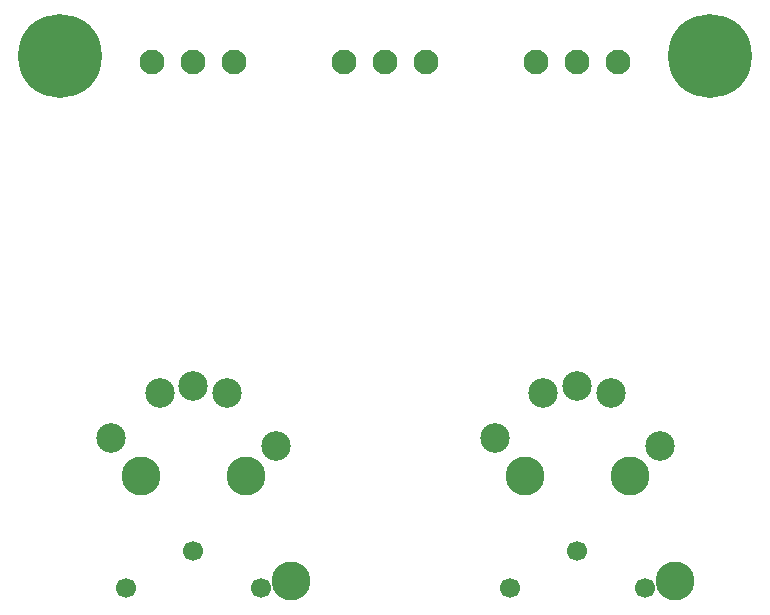
<source format=gbr>
%TF.GenerationSoftware,KiCad,Pcbnew,(5.1.6-0)*%
%TF.CreationDate,2023-05-04T14:14:28-07:00*%
%TF.ProjectId,input_buffer_bal_XLR_combo_SMD_1206,696e7075-745f-4627-9566-6665725f6261,rev?*%
%TF.SameCoordinates,Original*%
%TF.FileFunction,Soldermask,Bot*%
%TF.FilePolarity,Negative*%
%FSLAX46Y46*%
G04 Gerber Fmt 4.6, Leading zero omitted, Abs format (unit mm)*
G04 Created by KiCad (PCBNEW (5.1.6-0)) date 2023-05-04 14:14:28*
%MOMM*%
%LPD*%
G01*
G04 APERTURE LIST*
%ADD10C,1.700000*%
%ADD11C,3.300000*%
%ADD12C,2.500000*%
%ADD13C,0.900000*%
%ADD14C,7.100000*%
%ADD15C,2.100000*%
G04 APERTURE END LIST*
D10*
%TO.C,J1*%
X99300000Y-153815000D03*
X110730000Y-153815000D03*
D11*
X113270000Y-153180000D03*
D10*
X105015000Y-150640000D03*
D11*
X109460000Y-144290000D03*
X100570000Y-144290000D03*
D12*
X102157500Y-137305000D03*
X107872500Y-137305000D03*
X105015000Y-136670000D03*
X98030000Y-141115000D03*
X112000000Y-141750000D03*
%TD*%
D10*
%TO.C,J2*%
X131800000Y-153815000D03*
X143230000Y-153815000D03*
D11*
X145770000Y-153180000D03*
D10*
X137515000Y-150640000D03*
D11*
X141960000Y-144290000D03*
X133070000Y-144290000D03*
D12*
X134657500Y-137305000D03*
X140372500Y-137305000D03*
X137515000Y-136670000D03*
X130530000Y-141115000D03*
X144500000Y-141750000D03*
%TD*%
D13*
%TO.C,H2*%
X150606155Y-106893845D03*
X148750000Y-106125000D03*
X146893845Y-106893845D03*
X146125000Y-108750000D03*
X146893845Y-110606155D03*
X148750000Y-111375000D03*
X150606155Y-110606155D03*
X151375000Y-108750000D03*
D14*
X148750000Y-108750000D03*
%TD*%
D13*
%TO.C,H1*%
X95606155Y-106893845D03*
X93750000Y-106125000D03*
X91893845Y-106893845D03*
X91125000Y-108750000D03*
X91893845Y-110606155D03*
X93750000Y-111375000D03*
X95606155Y-110606155D03*
X96375000Y-108750000D03*
D14*
X93750000Y-108750000D03*
%TD*%
D15*
%TO.C,J5*%
X134000000Y-109250000D03*
X137500000Y-109250000D03*
X141000000Y-109250000D03*
%TD*%
%TO.C,J4*%
X101500000Y-109250000D03*
X105000000Y-109250000D03*
X108500000Y-109250000D03*
%TD*%
%TO.C,J3*%
X117750000Y-109250000D03*
X121250000Y-109250000D03*
X124750000Y-109250000D03*
%TD*%
M02*

</source>
